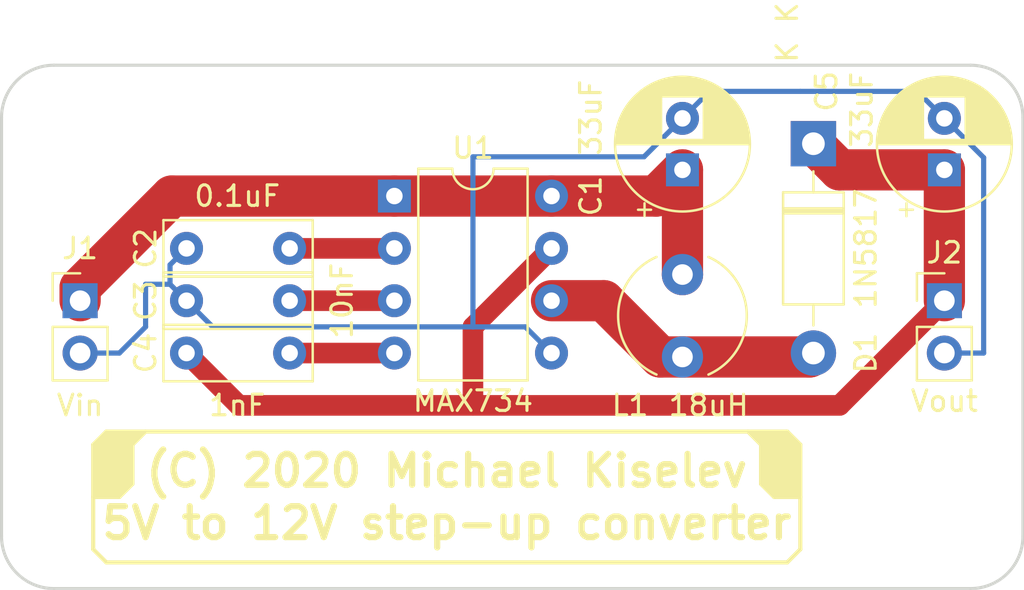
<source format=kicad_pcb>
(kicad_pcb (version 20171130) (host pcbnew "(5.0.2)-1")

  (general
    (thickness 1.6)
    (drawings 28)
    (tracks 46)
    (zones 0)
    (modules 12)
    (nets 8)
  )

  (page A4)
  (layers
    (0 F.Cu signal)
    (31 B.Cu signal)
    (32 B.Adhes user)
    (33 F.Adhes user)
    (34 B.Paste user)
    (35 F.Paste user)
    (36 B.SilkS user)
    (37 F.SilkS user)
    (38 B.Mask user)
    (39 F.Mask user)
    (40 Dwgs.User user)
    (41 Cmts.User user)
    (42 Eco1.User user)
    (43 Eco2.User user)
    (44 Edge.Cuts user)
    (45 Margin user)
    (46 B.CrtYd user)
    (47 F.CrtYd user)
    (48 B.Fab user)
    (49 F.Fab user)
  )

  (setup
    (last_trace_width 0.25)
    (user_trace_width 1)
    (user_trace_width 2)
    (user_trace_width 2.5)
    (trace_clearance 0.2)
    (zone_clearance 0.508)
    (zone_45_only no)
    (trace_min 0.2)
    (segment_width 0.2)
    (edge_width 0.15)
    (via_size 0.8)
    (via_drill 0.4)
    (via_min_size 0.4)
    (via_min_drill 0.3)
    (uvia_size 0.3)
    (uvia_drill 0.1)
    (uvias_allowed no)
    (uvia_min_size 0.2)
    (uvia_min_drill 0.1)
    (pcb_text_width 0.3)
    (pcb_text_size 1.5 1.5)
    (mod_edge_width 0.15)
    (mod_text_size 1 1)
    (mod_text_width 0.15)
    (pad_size 1.524 1.524)
    (pad_drill 0.762)
    (pad_to_mask_clearance 0.051)
    (solder_mask_min_width 0.25)
    (aux_axis_origin 0 0)
    (visible_elements 7FFFFFFF)
    (pcbplotparams
      (layerselection 0x010fc_ffffffff)
      (usegerberextensions false)
      (usegerberattributes false)
      (usegerberadvancedattributes false)
      (creategerberjobfile false)
      (excludeedgelayer true)
      (linewidth 0.100000)
      (plotframeref false)
      (viasonmask false)
      (mode 1)
      (useauxorigin false)
      (hpglpennumber 1)
      (hpglpenspeed 20)
      (hpglpendiameter 15.000000)
      (psnegative false)
      (psa4output false)
      (plotreference true)
      (plotvalue true)
      (plotinvisibletext false)
      (padsonsilk false)
      (subtractmaskfromsilk false)
      (outputformat 1)
      (mirror false)
      (drillshape 1)
      (scaleselection 1)
      (outputdirectory ""))
  )

  (net 0 "")
  (net 1 GND)
  (net 2 "Net-(C1-Pad1)")
  (net 3 "Net-(C2-Pad1)")
  (net 4 "Net-(C3-Pad1)")
  (net 5 "Net-(C4-Pad1)")
  (net 6 "Net-(C4-Pad2)")
  (net 7 "Net-(D1-Pad2)")

  (net_class Default "This is the default net class."
    (clearance 0.2)
    (trace_width 0.25)
    (via_dia 0.8)
    (via_drill 0.4)
    (uvia_dia 0.3)
    (uvia_drill 0.1)
    (add_net GND)
    (add_net "Net-(C1-Pad1)")
    (add_net "Net-(C2-Pad1)")
    (add_net "Net-(C3-Pad1)")
    (add_net "Net-(C4-Pad1)")
    (add_net "Net-(C4-Pad2)")
    (add_net "Net-(D1-Pad2)")
  )

  (module Package_DIP:DIP-8_W7.62mm (layer F.Cu) (tedit 5E35077E) (tstamp 5E406F13)
    (at 111.76 71.12)
    (descr "8-lead though-hole mounted DIP package, row spacing 7.62 mm (300 mils)")
    (tags "THT DIP DIL PDIP 2.54mm 7.62mm 300mil")
    (path /5E33F7CE)
    (fp_text reference U1 (at 3.81 -2.33) (layer F.SilkS)
      (effects (font (size 1 1) (thickness 0.15)))
    )
    (fp_text value MAX734 (at 3.81 9.95) (layer F.SilkS)
      (effects (font (size 1 1) (thickness 0.15)))
    )
    (fp_arc (start 3.81 -1.33) (end 2.81 -1.33) (angle -180) (layer F.SilkS) (width 0.12))
    (fp_line (start 1.635 -1.27) (end 6.985 -1.27) (layer F.Fab) (width 0.1))
    (fp_line (start 6.985 -1.27) (end 6.985 8.89) (layer F.Fab) (width 0.1))
    (fp_line (start 6.985 8.89) (end 0.635 8.89) (layer F.Fab) (width 0.1))
    (fp_line (start 0.635 8.89) (end 0.635 -0.27) (layer F.Fab) (width 0.1))
    (fp_line (start 0.635 -0.27) (end 1.635 -1.27) (layer F.Fab) (width 0.1))
    (fp_line (start 2.81 -1.33) (end 1.16 -1.33) (layer F.SilkS) (width 0.12))
    (fp_line (start 1.16 -1.33) (end 1.16 8.95) (layer F.SilkS) (width 0.12))
    (fp_line (start 1.16 8.95) (end 6.46 8.95) (layer F.SilkS) (width 0.12))
    (fp_line (start 6.46 8.95) (end 6.46 -1.33) (layer F.SilkS) (width 0.12))
    (fp_line (start 6.46 -1.33) (end 4.81 -1.33) (layer F.SilkS) (width 0.12))
    (fp_line (start -1.1 -1.55) (end -1.1 9.15) (layer F.CrtYd) (width 0.05))
    (fp_line (start -1.1 9.15) (end 8.7 9.15) (layer F.CrtYd) (width 0.05))
    (fp_line (start 8.7 9.15) (end 8.7 -1.55) (layer F.CrtYd) (width 0.05))
    (fp_line (start 8.7 -1.55) (end -1.1 -1.55) (layer F.CrtYd) (width 0.05))
    (fp_text user %R (at 3.81 3.81) (layer F.Fab)
      (effects (font (size 1 1) (thickness 0.15)))
    )
    (pad 1 thru_hole rect (at 0 0) (size 1.6 1.6) (drill 0.8) (layers *.Cu *.Mask)
      (net 2 "Net-(C1-Pad1)"))
    (pad 5 thru_hole oval (at 7.62 7.62) (size 1.6 1.6) (drill 0.8) (layers *.Cu *.Mask)
      (net 1 GND))
    (pad 2 thru_hole oval (at 0 2.54) (size 1.6 1.6) (drill 0.8) (layers *.Cu *.Mask)
      (net 3 "Net-(C2-Pad1)"))
    (pad 6 thru_hole oval (at 7.62 5.08) (size 1.6 1.6) (drill 0.8) (layers *.Cu *.Mask)
      (net 7 "Net-(D1-Pad2)"))
    (pad 3 thru_hole oval (at 0 5.08) (size 1.6 1.6) (drill 0.8) (layers *.Cu *.Mask)
      (net 4 "Net-(C3-Pad1)"))
    (pad 7 thru_hole oval (at 7.62 2.54) (size 1.6 1.6) (drill 0.8) (layers *.Cu *.Mask)
      (net 6 "Net-(C4-Pad2)"))
    (pad 4 thru_hole oval (at 0 7.62) (size 1.6 1.6) (drill 0.8) (layers *.Cu *.Mask)
      (net 5 "Net-(C4-Pad1)"))
    (pad 8 thru_hole oval (at 7.62 0) (size 1.6 1.6) (drill 0.8) (layers *.Cu *.Mask)
      (net 2 "Net-(C1-Pad1)"))
    (model ${KISYS3DMOD}/Package_DIP.3dshapes/DIP-8_W7.62mm.wrl
      (at (xyz 0 0 0))
      (scale (xyz 1 1 1))
      (rotate (xyz 0 0 0))
    )
  )

  (module Inductor_THT:L_Radial_D6.0mm_P4.00mm (layer F.Cu) (tedit 5E35078A) (tstamp 5E40958F)
    (at 125.73 74.93 270)
    (descr "Inductor, Radial series, Radial, pin pitch=4.00mm, , diameter=6.0mm, http://www.abracon.com/Magnetics/radial/AIUR-07.pdf")
    (tags "Inductor Radial series Radial pin pitch 4.00mm  diameter 6.0mm")
    (path /5E33FCA3)
    (fp_text reference L1 (at 6.35 2.54) (layer F.SilkS)
      (effects (font (size 1 1) (thickness 0.15)))
    )
    (fp_text value 18uH (at 6.35 -1.27) (layer F.SilkS)
      (effects (font (size 1 1) (thickness 0.15)))
    )
    (fp_arc (start 2 0) (end -0.85426 -1.26) (angle 132.362317) (layer F.SilkS) (width 0.12))
    (fp_arc (start 2 0) (end -0.85426 1.26) (angle -132.362317) (layer F.SilkS) (width 0.12))
    (fp_circle (center 2 0) (end 5 0) (layer F.Fab) (width 0.1))
    (fp_circle (center 2 0) (end 5.49 0) (layer F.CrtYd) (width 0.05))
    (fp_text user %R (at 2 0 270) (layer F.Fab)
      (effects (font (size 1 1) (thickness 0.15)))
    )
    (pad 1 thru_hole circle (at 0 0 270) (size 2 2) (drill 1) (layers *.Cu *.Mask)
      (net 2 "Net-(C1-Pad1)"))
    (pad 2 thru_hole circle (at 4 0 270) (size 2 2) (drill 1) (layers *.Cu *.Mask)
      (net 7 "Net-(D1-Pad2)"))
    (model ${KISYS3DMOD}/Inductor_THT.3dshapes/L_Radial_D6.0mm_P4.00mm.wrl
      (at (xyz 0 0 0))
      (scale (xyz 1 1 1))
      (rotate (xyz 0 0 0))
    )
  )

  (module Capacitor_THT:CP_Radial_D6.3mm_P2.50mm (layer F.Cu) (tedit 5E35065B) (tstamp 5E406DD4)
    (at 125.73 69.85 90)
    (descr "CP, Radial series, Radial, pin pitch=2.50mm, , diameter=6.3mm, Electrolytic Capacitor")
    (tags "CP Radial series Radial pin pitch 2.50mm  diameter 6.3mm Electrolytic Capacitor")
    (path /5E33FC52)
    (fp_text reference C1 (at -1.27 -4.445 90) (layer F.SilkS)
      (effects (font (size 1 1) (thickness 0.15)))
    )
    (fp_text value 33uF (at 2.54 -4.445 90) (layer F.SilkS)
      (effects (font (size 1 1) (thickness 0.15)))
    )
    (fp_text user %R (at 1.25 0 90) (layer F.Fab)
      (effects (font (size 1 1) (thickness 0.15)))
    )
    (fp_line (start -1.935241 -2.154) (end -1.935241 -1.524) (layer F.SilkS) (width 0.12))
    (fp_line (start -2.250241 -1.839) (end -1.620241 -1.839) (layer F.SilkS) (width 0.12))
    (fp_line (start 4.491 -0.402) (end 4.491 0.402) (layer F.SilkS) (width 0.12))
    (fp_line (start 4.451 -0.633) (end 4.451 0.633) (layer F.SilkS) (width 0.12))
    (fp_line (start 4.411 -0.802) (end 4.411 0.802) (layer F.SilkS) (width 0.12))
    (fp_line (start 4.371 -0.94) (end 4.371 0.94) (layer F.SilkS) (width 0.12))
    (fp_line (start 4.331 -1.059) (end 4.331 1.059) (layer F.SilkS) (width 0.12))
    (fp_line (start 4.291 -1.165) (end 4.291 1.165) (layer F.SilkS) (width 0.12))
    (fp_line (start 4.251 -1.262) (end 4.251 1.262) (layer F.SilkS) (width 0.12))
    (fp_line (start 4.211 -1.35) (end 4.211 1.35) (layer F.SilkS) (width 0.12))
    (fp_line (start 4.171 -1.432) (end 4.171 1.432) (layer F.SilkS) (width 0.12))
    (fp_line (start 4.131 -1.509) (end 4.131 1.509) (layer F.SilkS) (width 0.12))
    (fp_line (start 4.091 -1.581) (end 4.091 1.581) (layer F.SilkS) (width 0.12))
    (fp_line (start 4.051 -1.65) (end 4.051 1.65) (layer F.SilkS) (width 0.12))
    (fp_line (start 4.011 -1.714) (end 4.011 1.714) (layer F.SilkS) (width 0.12))
    (fp_line (start 3.971 -1.776) (end 3.971 1.776) (layer F.SilkS) (width 0.12))
    (fp_line (start 3.931 -1.834) (end 3.931 1.834) (layer F.SilkS) (width 0.12))
    (fp_line (start 3.891 -1.89) (end 3.891 1.89) (layer F.SilkS) (width 0.12))
    (fp_line (start 3.851 -1.944) (end 3.851 1.944) (layer F.SilkS) (width 0.12))
    (fp_line (start 3.811 -1.995) (end 3.811 1.995) (layer F.SilkS) (width 0.12))
    (fp_line (start 3.771 -2.044) (end 3.771 2.044) (layer F.SilkS) (width 0.12))
    (fp_line (start 3.731 -2.092) (end 3.731 2.092) (layer F.SilkS) (width 0.12))
    (fp_line (start 3.691 -2.137) (end 3.691 2.137) (layer F.SilkS) (width 0.12))
    (fp_line (start 3.651 -2.182) (end 3.651 2.182) (layer F.SilkS) (width 0.12))
    (fp_line (start 3.611 -2.224) (end 3.611 2.224) (layer F.SilkS) (width 0.12))
    (fp_line (start 3.571 -2.265) (end 3.571 2.265) (layer F.SilkS) (width 0.12))
    (fp_line (start 3.531 1.04) (end 3.531 2.305) (layer F.SilkS) (width 0.12))
    (fp_line (start 3.531 -2.305) (end 3.531 -1.04) (layer F.SilkS) (width 0.12))
    (fp_line (start 3.491 1.04) (end 3.491 2.343) (layer F.SilkS) (width 0.12))
    (fp_line (start 3.491 -2.343) (end 3.491 -1.04) (layer F.SilkS) (width 0.12))
    (fp_line (start 3.451 1.04) (end 3.451 2.38) (layer F.SilkS) (width 0.12))
    (fp_line (start 3.451 -2.38) (end 3.451 -1.04) (layer F.SilkS) (width 0.12))
    (fp_line (start 3.411 1.04) (end 3.411 2.416) (layer F.SilkS) (width 0.12))
    (fp_line (start 3.411 -2.416) (end 3.411 -1.04) (layer F.SilkS) (width 0.12))
    (fp_line (start 3.371 1.04) (end 3.371 2.45) (layer F.SilkS) (width 0.12))
    (fp_line (start 3.371 -2.45) (end 3.371 -1.04) (layer F.SilkS) (width 0.12))
    (fp_line (start 3.331 1.04) (end 3.331 2.484) (layer F.SilkS) (width 0.12))
    (fp_line (start 3.331 -2.484) (end 3.331 -1.04) (layer F.SilkS) (width 0.12))
    (fp_line (start 3.291 1.04) (end 3.291 2.516) (layer F.SilkS) (width 0.12))
    (fp_line (start 3.291 -2.516) (end 3.291 -1.04) (layer F.SilkS) (width 0.12))
    (fp_line (start 3.251 1.04) (end 3.251 2.548) (layer F.SilkS) (width 0.12))
    (fp_line (start 3.251 -2.548) (end 3.251 -1.04) (layer F.SilkS) (width 0.12))
    (fp_line (start 3.211 1.04) (end 3.211 2.578) (layer F.SilkS) (width 0.12))
    (fp_line (start 3.211 -2.578) (end 3.211 -1.04) (layer F.SilkS) (width 0.12))
    (fp_line (start 3.171 1.04) (end 3.171 2.607) (layer F.SilkS) (width 0.12))
    (fp_line (start 3.171 -2.607) (end 3.171 -1.04) (layer F.SilkS) (width 0.12))
    (fp_line (start 3.131 1.04) (end 3.131 2.636) (layer F.SilkS) (width 0.12))
    (fp_line (start 3.131 -2.636) (end 3.131 -1.04) (layer F.SilkS) (width 0.12))
    (fp_line (start 3.091 1.04) (end 3.091 2.664) (layer F.SilkS) (width 0.12))
    (fp_line (start 3.091 -2.664) (end 3.091 -1.04) (layer F.SilkS) (width 0.12))
    (fp_line (start 3.051 1.04) (end 3.051 2.69) (layer F.SilkS) (width 0.12))
    (fp_line (start 3.051 -2.69) (end 3.051 -1.04) (layer F.SilkS) (width 0.12))
    (fp_line (start 3.011 1.04) (end 3.011 2.716) (layer F.SilkS) (width 0.12))
    (fp_line (start 3.011 -2.716) (end 3.011 -1.04) (layer F.SilkS) (width 0.12))
    (fp_line (start 2.971 1.04) (end 2.971 2.742) (layer F.SilkS) (width 0.12))
    (fp_line (start 2.971 -2.742) (end 2.971 -1.04) (layer F.SilkS) (width 0.12))
    (fp_line (start 2.931 1.04) (end 2.931 2.766) (layer F.SilkS) (width 0.12))
    (fp_line (start 2.931 -2.766) (end 2.931 -1.04) (layer F.SilkS) (width 0.12))
    (fp_line (start 2.891 1.04) (end 2.891 2.79) (layer F.SilkS) (width 0.12))
    (fp_line (start 2.891 -2.79) (end 2.891 -1.04) (layer F.SilkS) (width 0.12))
    (fp_line (start 2.851 1.04) (end 2.851 2.812) (layer F.SilkS) (width 0.12))
    (fp_line (start 2.851 -2.812) (end 2.851 -1.04) (layer F.SilkS) (width 0.12))
    (fp_line (start 2.811 1.04) (end 2.811 2.834) (layer F.SilkS) (width 0.12))
    (fp_line (start 2.811 -2.834) (end 2.811 -1.04) (layer F.SilkS) (width 0.12))
    (fp_line (start 2.771 1.04) (end 2.771 2.856) (layer F.SilkS) (width 0.12))
    (fp_line (start 2.771 -2.856) (end 2.771 -1.04) (layer F.SilkS) (width 0.12))
    (fp_line (start 2.731 1.04) (end 2.731 2.876) (layer F.SilkS) (width 0.12))
    (fp_line (start 2.731 -2.876) (end 2.731 -1.04) (layer F.SilkS) (width 0.12))
    (fp_line (start 2.691 1.04) (end 2.691 2.896) (layer F.SilkS) (width 0.12))
    (fp_line (start 2.691 -2.896) (end 2.691 -1.04) (layer F.SilkS) (width 0.12))
    (fp_line (start 2.651 1.04) (end 2.651 2.916) (layer F.SilkS) (width 0.12))
    (fp_line (start 2.651 -2.916) (end 2.651 -1.04) (layer F.SilkS) (width 0.12))
    (fp_line (start 2.611 1.04) (end 2.611 2.934) (layer F.SilkS) (width 0.12))
    (fp_line (start 2.611 -2.934) (end 2.611 -1.04) (layer F.SilkS) (width 0.12))
    (fp_line (start 2.571 1.04) (end 2.571 2.952) (layer F.SilkS) (width 0.12))
    (fp_line (start 2.571 -2.952) (end 2.571 -1.04) (layer F.SilkS) (width 0.12))
    (fp_line (start 2.531 1.04) (end 2.531 2.97) (layer F.SilkS) (width 0.12))
    (fp_line (start 2.531 -2.97) (end 2.531 -1.04) (layer F.SilkS) (width 0.12))
    (fp_line (start 2.491 1.04) (end 2.491 2.986) (layer F.SilkS) (width 0.12))
    (fp_line (start 2.491 -2.986) (end 2.491 -1.04) (layer F.SilkS) (width 0.12))
    (fp_line (start 2.451 1.04) (end 2.451 3.002) (layer F.SilkS) (width 0.12))
    (fp_line (start 2.451 -3.002) (end 2.451 -1.04) (layer F.SilkS) (width 0.12))
    (fp_line (start 2.411 1.04) (end 2.411 3.018) (layer F.SilkS) (width 0.12))
    (fp_line (start 2.411 -3.018) (end 2.411 -1.04) (layer F.SilkS) (width 0.12))
    (fp_line (start 2.371 1.04) (end 2.371 3.033) (layer F.SilkS) (width 0.12))
    (fp_line (start 2.371 -3.033) (end 2.371 -1.04) (layer F.SilkS) (width 0.12))
    (fp_line (start 2.331 1.04) (end 2.331 3.047) (layer F.SilkS) (width 0.12))
    (fp_line (start 2.331 -3.047) (end 2.331 -1.04) (layer F.SilkS) (width 0.12))
    (fp_line (start 2.291 1.04) (end 2.291 3.061) (layer F.SilkS) (width 0.12))
    (fp_line (start 2.291 -3.061) (end 2.291 -1.04) (layer F.SilkS) (width 0.12))
    (fp_line (start 2.251 1.04) (end 2.251 3.074) (layer F.SilkS) (width 0.12))
    (fp_line (start 2.251 -3.074) (end 2.251 -1.04) (layer F.SilkS) (width 0.12))
    (fp_line (start 2.211 1.04) (end 2.211 3.086) (layer F.SilkS) (width 0.12))
    (fp_line (start 2.211 -3.086) (end 2.211 -1.04) (layer F.SilkS) (width 0.12))
    (fp_line (start 2.171 1.04) (end 2.171 3.098) (layer F.SilkS) (width 0.12))
    (fp_line (start 2.171 -3.098) (end 2.171 -1.04) (layer F.SilkS) (width 0.12))
    (fp_line (start 2.131 1.04) (end 2.131 3.11) (layer F.SilkS) (width 0.12))
    (fp_line (start 2.131 -3.11) (end 2.131 -1.04) (layer F.SilkS) (width 0.12))
    (fp_line (start 2.091 1.04) (end 2.091 3.121) (layer F.SilkS) (width 0.12))
    (fp_line (start 2.091 -3.121) (end 2.091 -1.04) (layer F.SilkS) (width 0.12))
    (fp_line (start 2.051 1.04) (end 2.051 3.131) (layer F.SilkS) (width 0.12))
    (fp_line (start 2.051 -3.131) (end 2.051 -1.04) (layer F.SilkS) (width 0.12))
    (fp_line (start 2.011 1.04) (end 2.011 3.141) (layer F.SilkS) (width 0.12))
    (fp_line (start 2.011 -3.141) (end 2.011 -1.04) (layer F.SilkS) (width 0.12))
    (fp_line (start 1.971 1.04) (end 1.971 3.15) (layer F.SilkS) (width 0.12))
    (fp_line (start 1.971 -3.15) (end 1.971 -1.04) (layer F.SilkS) (width 0.12))
    (fp_line (start 1.93 1.04) (end 1.93 3.159) (layer F.SilkS) (width 0.12))
    (fp_line (start 1.93 -3.159) (end 1.93 -1.04) (layer F.SilkS) (width 0.12))
    (fp_line (start 1.89 1.04) (end 1.89 3.167) (layer F.SilkS) (width 0.12))
    (fp_line (start 1.89 -3.167) (end 1.89 -1.04) (layer F.SilkS) (width 0.12))
    (fp_line (start 1.85 1.04) (end 1.85 3.175) (layer F.SilkS) (width 0.12))
    (fp_line (start 1.85 -3.175) (end 1.85 -1.04) (layer F.SilkS) (width 0.12))
    (fp_line (start 1.81 1.04) (end 1.81 3.182) (layer F.SilkS) (width 0.12))
    (fp_line (start 1.81 -3.182) (end 1.81 -1.04) (layer F.SilkS) (width 0.12))
    (fp_line (start 1.77 1.04) (end 1.77 3.189) (layer F.SilkS) (width 0.12))
    (fp_line (start 1.77 -3.189) (end 1.77 -1.04) (layer F.SilkS) (width 0.12))
    (fp_line (start 1.73 1.04) (end 1.73 3.195) (layer F.SilkS) (width 0.12))
    (fp_line (start 1.73 -3.195) (end 1.73 -1.04) (layer F.SilkS) (width 0.12))
    (fp_line (start 1.69 1.04) (end 1.69 3.201) (layer F.SilkS) (width 0.12))
    (fp_line (start 1.69 -3.201) (end 1.69 -1.04) (layer F.SilkS) (width 0.12))
    (fp_line (start 1.65 1.04) (end 1.65 3.206) (layer F.SilkS) (width 0.12))
    (fp_line (start 1.65 -3.206) (end 1.65 -1.04) (layer F.SilkS) (width 0.12))
    (fp_line (start 1.61 1.04) (end 1.61 3.211) (layer F.SilkS) (width 0.12))
    (fp_line (start 1.61 -3.211) (end 1.61 -1.04) (layer F.SilkS) (width 0.12))
    (fp_line (start 1.57 1.04) (end 1.57 3.215) (layer F.SilkS) (width 0.12))
    (fp_line (start 1.57 -3.215) (end 1.57 -1.04) (layer F.SilkS) (width 0.12))
    (fp_line (start 1.53 1.04) (end 1.53 3.218) (layer F.SilkS) (width 0.12))
    (fp_line (start 1.53 -3.218) (end 1.53 -1.04) (layer F.SilkS) (width 0.12))
    (fp_line (start 1.49 1.04) (end 1.49 3.222) (layer F.SilkS) (width 0.12))
    (fp_line (start 1.49 -3.222) (end 1.49 -1.04) (layer F.SilkS) (width 0.12))
    (fp_line (start 1.45 -3.224) (end 1.45 3.224) (layer F.SilkS) (width 0.12))
    (fp_line (start 1.41 -3.227) (end 1.41 3.227) (layer F.SilkS) (width 0.12))
    (fp_line (start 1.37 -3.228) (end 1.37 3.228) (layer F.SilkS) (width 0.12))
    (fp_line (start 1.33 -3.23) (end 1.33 3.23) (layer F.SilkS) (width 0.12))
    (fp_line (start 1.29 -3.23) (end 1.29 3.23) (layer F.SilkS) (width 0.12))
    (fp_line (start 1.25 -3.23) (end 1.25 3.23) (layer F.SilkS) (width 0.12))
    (fp_line (start -1.128972 -1.6885) (end -1.128972 -1.0585) (layer F.Fab) (width 0.1))
    (fp_line (start -1.443972 -1.3735) (end -0.813972 -1.3735) (layer F.Fab) (width 0.1))
    (fp_circle (center 1.25 0) (end 4.65 0) (layer F.CrtYd) (width 0.05))
    (fp_circle (center 1.25 0) (end 4.52 0) (layer F.SilkS) (width 0.12))
    (fp_circle (center 1.25 0) (end 4.4 0) (layer F.Fab) (width 0.1))
    (pad 2 thru_hole circle (at 2.5 0 90) (size 1.6 1.6) (drill 0.8) (layers *.Cu *.Mask)
      (net 1 GND))
    (pad 1 thru_hole rect (at 0 0 90) (size 1.6 1.6) (drill 0.8) (layers *.Cu *.Mask)
      (net 2 "Net-(C1-Pad1)"))
    (model ${KISYS3DMOD}/Capacitor_THT.3dshapes/CP_Radial_D6.3mm_P2.50mm.wrl
      (at (xyz 0 0 0))
      (scale (xyz 1 1 1))
      (rotate (xyz 0 0 0))
    )
  )

  (module Capacitor_THT:CP_Radial_D6.3mm_P2.50mm (layer F.Cu) (tedit 5E350654) (tstamp 5E406EA1)
    (at 138.43 69.85 90)
    (descr "CP, Radial series, Radial, pin pitch=2.50mm, , diameter=6.3mm, Electrolytic Capacitor")
    (tags "CP Radial series Radial pin pitch 2.50mm  diameter 6.3mm Electrolytic Capacitor")
    (path /5E33FBD5)
    (fp_text reference C5 (at 3.81 -5.715 90) (layer F.SilkS)
      (effects (font (size 1 1) (thickness 0.15)))
    )
    (fp_text value 33uF (at 2.921 -4.0005 90) (layer F.SilkS)
      (effects (font (size 1 1) (thickness 0.15)))
    )
    (fp_circle (center 1.25 0) (end 4.4 0) (layer F.Fab) (width 0.1))
    (fp_circle (center 1.25 0) (end 4.52 0) (layer F.SilkS) (width 0.12))
    (fp_circle (center 1.25 0) (end 4.65 0) (layer F.CrtYd) (width 0.05))
    (fp_line (start -1.443972 -1.3735) (end -0.813972 -1.3735) (layer F.Fab) (width 0.1))
    (fp_line (start -1.128972 -1.6885) (end -1.128972 -1.0585) (layer F.Fab) (width 0.1))
    (fp_line (start 1.25 -3.23) (end 1.25 3.23) (layer F.SilkS) (width 0.12))
    (fp_line (start 1.29 -3.23) (end 1.29 3.23) (layer F.SilkS) (width 0.12))
    (fp_line (start 1.33 -3.23) (end 1.33 3.23) (layer F.SilkS) (width 0.12))
    (fp_line (start 1.37 -3.228) (end 1.37 3.228) (layer F.SilkS) (width 0.12))
    (fp_line (start 1.41 -3.227) (end 1.41 3.227) (layer F.SilkS) (width 0.12))
    (fp_line (start 1.45 -3.224) (end 1.45 3.224) (layer F.SilkS) (width 0.12))
    (fp_line (start 1.49 -3.222) (end 1.49 -1.04) (layer F.SilkS) (width 0.12))
    (fp_line (start 1.49 1.04) (end 1.49 3.222) (layer F.SilkS) (width 0.12))
    (fp_line (start 1.53 -3.218) (end 1.53 -1.04) (layer F.SilkS) (width 0.12))
    (fp_line (start 1.53 1.04) (end 1.53 3.218) (layer F.SilkS) (width 0.12))
    (fp_line (start 1.57 -3.215) (end 1.57 -1.04) (layer F.SilkS) (width 0.12))
    (fp_line (start 1.57 1.04) (end 1.57 3.215) (layer F.SilkS) (width 0.12))
    (fp_line (start 1.61 -3.211) (end 1.61 -1.04) (layer F.SilkS) (width 0.12))
    (fp_line (start 1.61 1.04) (end 1.61 3.211) (layer F.SilkS) (width 0.12))
    (fp_line (start 1.65 -3.206) (end 1.65 -1.04) (layer F.SilkS) (width 0.12))
    (fp_line (start 1.65 1.04) (end 1.65 3.206) (layer F.SilkS) (width 0.12))
    (fp_line (start 1.69 -3.201) (end 1.69 -1.04) (layer F.SilkS) (width 0.12))
    (fp_line (start 1.69 1.04) (end 1.69 3.201) (layer F.SilkS) (width 0.12))
    (fp_line (start 1.73 -3.195) (end 1.73 -1.04) (layer F.SilkS) (width 0.12))
    (fp_line (start 1.73 1.04) (end 1.73 3.195) (layer F.SilkS) (width 0.12))
    (fp_line (start 1.77 -3.189) (end 1.77 -1.04) (layer F.SilkS) (width 0.12))
    (fp_line (start 1.77 1.04) (end 1.77 3.189) (layer F.SilkS) (width 0.12))
    (fp_line (start 1.81 -3.182) (end 1.81 -1.04) (layer F.SilkS) (width 0.12))
    (fp_line (start 1.81 1.04) (end 1.81 3.182) (layer F.SilkS) (width 0.12))
    (fp_line (start 1.85 -3.175) (end 1.85 -1.04) (layer F.SilkS) (width 0.12))
    (fp_line (start 1.85 1.04) (end 1.85 3.175) (layer F.SilkS) (width 0.12))
    (fp_line (start 1.89 -3.167) (end 1.89 -1.04) (layer F.SilkS) (width 0.12))
    (fp_line (start 1.89 1.04) (end 1.89 3.167) (layer F.SilkS) (width 0.12))
    (fp_line (start 1.93 -3.159) (end 1.93 -1.04) (layer F.SilkS) (width 0.12))
    (fp_line (start 1.93 1.04) (end 1.93 3.159) (layer F.SilkS) (width 0.12))
    (fp_line (start 1.971 -3.15) (end 1.971 -1.04) (layer F.SilkS) (width 0.12))
    (fp_line (start 1.971 1.04) (end 1.971 3.15) (layer F.SilkS) (width 0.12))
    (fp_line (start 2.011 -3.141) (end 2.011 -1.04) (layer F.SilkS) (width 0.12))
    (fp_line (start 2.011 1.04) (end 2.011 3.141) (layer F.SilkS) (width 0.12))
    (fp_line (start 2.051 -3.131) (end 2.051 -1.04) (layer F.SilkS) (width 0.12))
    (fp_line (start 2.051 1.04) (end 2.051 3.131) (layer F.SilkS) (width 0.12))
    (fp_line (start 2.091 -3.121) (end 2.091 -1.04) (layer F.SilkS) (width 0.12))
    (fp_line (start 2.091 1.04) (end 2.091 3.121) (layer F.SilkS) (width 0.12))
    (fp_line (start 2.131 -3.11) (end 2.131 -1.04) (layer F.SilkS) (width 0.12))
    (fp_line (start 2.131 1.04) (end 2.131 3.11) (layer F.SilkS) (width 0.12))
    (fp_line (start 2.171 -3.098) (end 2.171 -1.04) (layer F.SilkS) (width 0.12))
    (fp_line (start 2.171 1.04) (end 2.171 3.098) (layer F.SilkS) (width 0.12))
    (fp_line (start 2.211 -3.086) (end 2.211 -1.04) (layer F.SilkS) (width 0.12))
    (fp_line (start 2.211 1.04) (end 2.211 3.086) (layer F.SilkS) (width 0.12))
    (fp_line (start 2.251 -3.074) (end 2.251 -1.04) (layer F.SilkS) (width 0.12))
    (fp_line (start 2.251 1.04) (end 2.251 3.074) (layer F.SilkS) (width 0.12))
    (fp_line (start 2.291 -3.061) (end 2.291 -1.04) (layer F.SilkS) (width 0.12))
    (fp_line (start 2.291 1.04) (end 2.291 3.061) (layer F.SilkS) (width 0.12))
    (fp_line (start 2.331 -3.047) (end 2.331 -1.04) (layer F.SilkS) (width 0.12))
    (fp_line (start 2.331 1.04) (end 2.331 3.047) (layer F.SilkS) (width 0.12))
    (fp_line (start 2.371 -3.033) (end 2.371 -1.04) (layer F.SilkS) (width 0.12))
    (fp_line (start 2.371 1.04) (end 2.371 3.033) (layer F.SilkS) (width 0.12))
    (fp_line (start 2.411 -3.018) (end 2.411 -1.04) (layer F.SilkS) (width 0.12))
    (fp_line (start 2.411 1.04) (end 2.411 3.018) (layer F.SilkS) (width 0.12))
    (fp_line (start 2.451 -3.002) (end 2.451 -1.04) (layer F.SilkS) (width 0.12))
    (fp_line (start 2.451 1.04) (end 2.451 3.002) (layer F.SilkS) (width 0.12))
    (fp_line (start 2.491 -2.986) (end 2.491 -1.04) (layer F.SilkS) (width 0.12))
    (fp_line (start 2.491 1.04) (end 2.491 2.986) (layer F.SilkS) (width 0.12))
    (fp_line (start 2.531 -2.97) (end 2.531 -1.04) (layer F.SilkS) (width 0.12))
    (fp_line (start 2.531 1.04) (end 2.531 2.97) (layer F.SilkS) (width 0.12))
    (fp_line (start 2.571 -2.952) (end 2.571 -1.04) (layer F.SilkS) (width 0.12))
    (fp_line (start 2.571 1.04) (end 2.571 2.952) (layer F.SilkS) (width 0.12))
    (fp_line (start 2.611 -2.934) (end 2.611 -1.04) (layer F.SilkS) (width 0.12))
    (fp_line (start 2.611 1.04) (end 2.611 2.934) (layer F.SilkS) (width 0.12))
    (fp_line (start 2.651 -2.916) (end 2.651 -1.04) (layer F.SilkS) (width 0.12))
    (fp_line (start 2.651 1.04) (end 2.651 2.916) (layer F.SilkS) (width 0.12))
    (fp_line (start 2.691 -2.896) (end 2.691 -1.04) (layer F.SilkS) (width 0.12))
    (fp_line (start 2.691 1.04) (end 2.691 2.896) (layer F.SilkS) (width 0.12))
    (fp_line (start 2.731 -2.876) (end 2.731 -1.04) (layer F.SilkS) (width 0.12))
    (fp_line (start 2.731 1.04) (end 2.731 2.876) (layer F.SilkS) (width 0.12))
    (fp_line (start 2.771 -2.856) (end 2.771 -1.04) (layer F.SilkS) (width 0.12))
    (fp_line (start 2.771 1.04) (end 2.771 2.856) (layer F.SilkS) (width 0.12))
    (fp_line (start 2.811 -2.834) (end 2.811 -1.04) (layer F.SilkS) (width 0.12))
    (fp_line (start 2.811 1.04) (end 2.811 2.834) (layer F.SilkS) (width 0.12))
    (fp_line (start 2.851 -2.812) (end 2.851 -1.04) (layer F.SilkS) (width 0.12))
    (fp_line (start 2.851 1.04) (end 2.851 2.812) (layer F.SilkS) (width 0.12))
    (fp_line (start 2.891 -2.79) (end 2.891 -1.04) (layer F.SilkS) (width 0.12))
    (fp_line (start 2.891 1.04) (end 2.891 2.79) (layer F.SilkS) (width 0.12))
    (fp_line (start 2.931 -2.766) (end 2.931 -1.04) (layer F.SilkS) (width 0.12))
    (fp_line (start 2.931 1.04) (end 2.931 2.766) (layer F.SilkS) (width 0.12))
    (fp_line (start 2.971 -2.742) (end 2.971 -1.04) (layer F.SilkS) (width 0.12))
    (fp_line (start 2.971 1.04) (end 2.971 2.742) (layer F.SilkS) (width 0.12))
    (fp_line (start 3.011 -2.716) (end 3.011 -1.04) (layer F.SilkS) (width 0.12))
    (fp_line (start 3.011 1.04) (end 3.011 2.716) (layer F.SilkS) (width 0.12))
    (fp_line (start 3.051 -2.69) (end 3.051 -1.04) (layer F.SilkS) (width 0.12))
    (fp_line (start 3.051 1.04) (end 3.051 2.69) (layer F.SilkS) (width 0.12))
    (fp_line (start 3.091 -2.664) (end 3.091 -1.04) (layer F.SilkS) (width 0.12))
    (fp_line (start 3.091 1.04) (end 3.091 2.664) (layer F.SilkS) (width 0.12))
    (fp_line (start 3.131 -2.636) (end 3.131 -1.04) (layer F.SilkS) (width 0.12))
    (fp_line (start 3.131 1.04) (end 3.131 2.636) (layer F.SilkS) (width 0.12))
    (fp_line (start 3.171 -2.607) (end 3.171 -1.04) (layer F.SilkS) (width 0.12))
    (fp_line (start 3.171 1.04) (end 3.171 2.607) (layer F.SilkS) (width 0.12))
    (fp_line (start 3.211 -2.578) (end 3.211 -1.04) (layer F.SilkS) (width 0.12))
    (fp_line (start 3.211 1.04) (end 3.211 2.578) (layer F.SilkS) (width 0.12))
    (fp_line (start 3.251 -2.548) (end 3.251 -1.04) (layer F.SilkS) (width 0.12))
    (fp_line (start 3.251 1.04) (end 3.251 2.548) (layer F.SilkS) (width 0.12))
    (fp_line (start 3.291 -2.516) (end 3.291 -1.04) (layer F.SilkS) (width 0.12))
    (fp_line (start 3.291 1.04) (end 3.291 2.516) (layer F.SilkS) (width 0.12))
    (fp_line (start 3.331 -2.484) (end 3.331 -1.04) (layer F.SilkS) (width 0.12))
    (fp_line (start 3.331 1.04) (end 3.331 2.484) (layer F.SilkS) (width 0.12))
    (fp_line (start 3.371 -2.45) (end 3.371 -1.04) (layer F.SilkS) (width 0.12))
    (fp_line (start 3.371 1.04) (end 3.371 2.45) (layer F.SilkS) (width 0.12))
    (fp_line (start 3.411 -2.416) (end 3.411 -1.04) (layer F.SilkS) (width 0.12))
    (fp_line (start 3.411 1.04) (end 3.411 2.416) (layer F.SilkS) (width 0.12))
    (fp_line (start 3.451 -2.38) (end 3.451 -1.04) (layer F.SilkS) (width 0.12))
    (fp_line (start 3.451 1.04) (end 3.451 2.38) (layer F.SilkS) (width 0.12))
    (fp_line (start 3.491 -2.343) (end 3.491 -1.04) (layer F.SilkS) (width 0.12))
    (fp_line (start 3.491 1.04) (end 3.491 2.343) (layer F.SilkS) (width 0.12))
    (fp_line (start 3.531 -2.305) (end 3.531 -1.04) (layer F.SilkS) (width 0.12))
    (fp_line (start 3.531 1.04) (end 3.531 2.305) (layer F.SilkS) (width 0.12))
    (fp_line (start 3.571 -2.265) (end 3.571 2.265) (layer F.SilkS) (width 0.12))
    (fp_line (start 3.611 -2.224) (end 3.611 2.224) (layer F.SilkS) (width 0.12))
    (fp_line (start 3.651 -2.182) (end 3.651 2.182) (layer F.SilkS) (width 0.12))
    (fp_line (start 3.691 -2.137) (end 3.691 2.137) (layer F.SilkS) (width 0.12))
    (fp_line (start 3.731 -2.092) (end 3.731 2.092) (layer F.SilkS) (width 0.12))
    (fp_line (start 3.771 -2.044) (end 3.771 2.044) (layer F.SilkS) (width 0.12))
    (fp_line (start 3.811 -1.995) (end 3.811 1.995) (layer F.SilkS) (width 0.12))
    (fp_line (start 3.851 -1.944) (end 3.851 1.944) (layer F.SilkS) (width 0.12))
    (fp_line (start 3.891 -1.89) (end 3.891 1.89) (layer F.SilkS) (width 0.12))
    (fp_line (start 3.931 -1.834) (end 3.931 1.834) (layer F.SilkS) (width 0.12))
    (fp_line (start 3.971 -1.776) (end 3.971 1.776) (layer F.SilkS) (width 0.12))
    (fp_line (start 4.011 -1.714) (end 4.011 1.714) (layer F.SilkS) (width 0.12))
    (fp_line (start 4.051 -1.65) (end 4.051 1.65) (layer F.SilkS) (width 0.12))
    (fp_line (start 4.091 -1.581) (end 4.091 1.581) (layer F.SilkS) (width 0.12))
    (fp_line (start 4.131 -1.509) (end 4.131 1.509) (layer F.SilkS) (width 0.12))
    (fp_line (start 4.171 -1.432) (end 4.171 1.432) (layer F.SilkS) (width 0.12))
    (fp_line (start 4.211 -1.35) (end 4.211 1.35) (layer F.SilkS) (width 0.12))
    (fp_line (start 4.251 -1.262) (end 4.251 1.262) (layer F.SilkS) (width 0.12))
    (fp_line (start 4.291 -1.165) (end 4.291 1.165) (layer F.SilkS) (width 0.12))
    (fp_line (start 4.331 -1.059) (end 4.331 1.059) (layer F.SilkS) (width 0.12))
    (fp_line (start 4.371 -0.94) (end 4.371 0.94) (layer F.SilkS) (width 0.12))
    (fp_line (start 4.411 -0.802) (end 4.411 0.802) (layer F.SilkS) (width 0.12))
    (fp_line (start 4.451 -0.633) (end 4.451 0.633) (layer F.SilkS) (width 0.12))
    (fp_line (start 4.491 -0.402) (end 4.491 0.402) (layer F.SilkS) (width 0.12))
    (fp_line (start -2.250241 -1.839) (end -1.620241 -1.839) (layer F.SilkS) (width 0.12))
    (fp_line (start -1.935241 -2.154) (end -1.935241 -1.524) (layer F.SilkS) (width 0.12))
    (fp_text user %R (at 1.25 0 90) (layer F.Fab)
      (effects (font (size 1 1) (thickness 0.15)))
    )
    (pad 1 thru_hole rect (at 0 0 90) (size 1.6 1.6) (drill 0.8) (layers *.Cu *.Mask)
      (net 6 "Net-(C4-Pad2)"))
    (pad 2 thru_hole circle (at 2.5 0 90) (size 1.6 1.6) (drill 0.8) (layers *.Cu *.Mask)
      (net 1 GND))
    (model ${KISYS3DMOD}/Capacitor_THT.3dshapes/CP_Radial_D6.3mm_P2.50mm.wrl
      (at (xyz 0 0 0))
      (scale (xyz 1 1 1))
      (rotate (xyz 0 0 0))
    )
  )

  (module Diode_THT:D_DO-41_SOD81_P10.16mm_Horizontal (layer F.Cu) (tedit 5E350658) (tstamp 5E406EC0)
    (at 132.08 68.58 270)
    (descr "Diode, DO-41_SOD81 series, Axial, Horizontal, pin pitch=10.16mm, , length*diameter=5.2*2.7mm^2, , http://www.diodes.com/_files/packages/DO-41%20(Plastic).pdf")
    (tags "Diode DO-41_SOD81 series Axial Horizontal pin pitch 10.16mm  length 5.2mm diameter 2.7mm")
    (path /5E33FD7A)
    (fp_text reference D1 (at 10.16 -2.54 270) (layer F.SilkS)
      (effects (font (size 1 1) (thickness 0.15)))
    )
    (fp_text value 1N5817 (at 5.08 -2.54 270) (layer F.SilkS)
      (effects (font (size 1 1) (thickness 0.15)))
    )
    (fp_line (start 2.48 -1.35) (end 2.48 1.35) (layer F.Fab) (width 0.1))
    (fp_line (start 2.48 1.35) (end 7.68 1.35) (layer F.Fab) (width 0.1))
    (fp_line (start 7.68 1.35) (end 7.68 -1.35) (layer F.Fab) (width 0.1))
    (fp_line (start 7.68 -1.35) (end 2.48 -1.35) (layer F.Fab) (width 0.1))
    (fp_line (start 0 0) (end 2.48 0) (layer F.Fab) (width 0.1))
    (fp_line (start 10.16 0) (end 7.68 0) (layer F.Fab) (width 0.1))
    (fp_line (start 3.26 -1.35) (end 3.26 1.35) (layer F.Fab) (width 0.1))
    (fp_line (start 3.36 -1.35) (end 3.36 1.35) (layer F.Fab) (width 0.1))
    (fp_line (start 3.16 -1.35) (end 3.16 1.35) (layer F.Fab) (width 0.1))
    (fp_line (start 2.36 -1.47) (end 2.36 1.47) (layer F.SilkS) (width 0.12))
    (fp_line (start 2.36 1.47) (end 7.8 1.47) (layer F.SilkS) (width 0.12))
    (fp_line (start 7.8 1.47) (end 7.8 -1.47) (layer F.SilkS) (width 0.12))
    (fp_line (start 7.8 -1.47) (end 2.36 -1.47) (layer F.SilkS) (width 0.12))
    (fp_line (start 1.34 0) (end 2.36 0) (layer F.SilkS) (width 0.12))
    (fp_line (start 8.82 0) (end 7.8 0) (layer F.SilkS) (width 0.12))
    (fp_line (start 3.26 -1.47) (end 3.26 1.47) (layer F.SilkS) (width 0.12))
    (fp_line (start 3.38 -1.47) (end 3.38 1.47) (layer F.SilkS) (width 0.12))
    (fp_line (start 3.14 -1.47) (end 3.14 1.47) (layer F.SilkS) (width 0.12))
    (fp_line (start -1.35 -1.6) (end -1.35 1.6) (layer F.CrtYd) (width 0.05))
    (fp_line (start -1.35 1.6) (end 11.51 1.6) (layer F.CrtYd) (width 0.05))
    (fp_line (start 11.51 1.6) (end 11.51 -1.6) (layer F.CrtYd) (width 0.05))
    (fp_line (start 11.51 -1.6) (end -1.35 -1.6) (layer F.CrtYd) (width 0.05))
    (fp_text user %R (at 5.47 0 270) (layer F.Fab)
      (effects (font (size 1 1) (thickness 0.15)))
    )
    (fp_text user K (at -6.35 1.27 270) (layer F.SilkS)
      (effects (font (size 1 1) (thickness 0.15)))
    )
    (fp_text user K (at -4.445 1.27 270) (layer F.SilkS)
      (effects (font (size 1 1) (thickness 0.15)))
    )
    (pad 1 thru_hole rect (at 0 0 270) (size 2.2 2.2) (drill 1.1) (layers *.Cu *.Mask)
      (net 6 "Net-(C4-Pad2)"))
    (pad 2 thru_hole oval (at 10.16 0 270) (size 2.2 2.2) (drill 1.1) (layers *.Cu *.Mask)
      (net 7 "Net-(D1-Pad2)"))
    (model ${KISYS3DMOD}/Diode_THT.3dshapes/D_DO-41_SOD81_P10.16mm_Horizontal.wrl
      (at (xyz 0 0 0))
      (scale (xyz 1 1 1))
      (rotate (xyz 0 0 0))
    )
  )

  (module Capacitor_THT:C_Rect_L7.0mm_W2.5mm_P5.00mm (layer F.Cu) (tedit 5E350766) (tstamp 5E40B33D)
    (at 106.68 73.66 180)
    (descr "C, Rect series, Radial, pin pitch=5.00mm, , length*width=7*2.5mm^2, Capacitor")
    (tags "C Rect series Radial pin pitch 5.00mm  length 7mm width 2.5mm Capacitor")
    (path /5E33FB5F)
    (fp_text reference C2 (at 6.985 0 270) (layer F.SilkS)
      (effects (font (size 1 1) (thickness 0.15)))
    )
    (fp_text value 0.1uF (at 2.54 2.54) (layer F.SilkS)
      (effects (font (size 1 1) (thickness 0.15)))
    )
    (fp_line (start -1 -1.25) (end -1 1.25) (layer F.Fab) (width 0.1))
    (fp_line (start -1 1.25) (end 6 1.25) (layer F.Fab) (width 0.1))
    (fp_line (start 6 1.25) (end 6 -1.25) (layer F.Fab) (width 0.1))
    (fp_line (start 6 -1.25) (end -1 -1.25) (layer F.Fab) (width 0.1))
    (fp_line (start -1.12 -1.37) (end 6.12 -1.37) (layer F.SilkS) (width 0.12))
    (fp_line (start -1.12 1.37) (end 6.12 1.37) (layer F.SilkS) (width 0.12))
    (fp_line (start -1.12 -1.37) (end -1.12 1.37) (layer F.SilkS) (width 0.12))
    (fp_line (start 6.12 -1.37) (end 6.12 1.37) (layer F.SilkS) (width 0.12))
    (fp_line (start -1.25 -1.5) (end -1.25 1.5) (layer F.CrtYd) (width 0.05))
    (fp_line (start -1.25 1.5) (end 6.25 1.5) (layer F.CrtYd) (width 0.05))
    (fp_line (start 6.25 1.5) (end 6.25 -1.5) (layer F.CrtYd) (width 0.05))
    (fp_line (start 6.25 -1.5) (end -1.25 -1.5) (layer F.CrtYd) (width 0.05))
    (fp_text user %R (at 2.54 0 180) (layer F.Fab)
      (effects (font (size 1 1) (thickness 0.15)))
    )
    (pad 1 thru_hole circle (at 0 0 180) (size 1.6 1.6) (drill 0.8) (layers *.Cu *.Mask)
      (net 3 "Net-(C2-Pad1)"))
    (pad 2 thru_hole circle (at 5 0 180) (size 1.6 1.6) (drill 0.8) (layers *.Cu *.Mask)
      (net 1 GND))
    (model ${KISYS3DMOD}/Capacitor_THT.3dshapes/C_Rect_L7.0mm_W2.5mm_P5.00mm.wrl
      (at (xyz 0 0 0))
      (scale (xyz 1 1 1))
      (rotate (xyz 0 0 0))
    )
  )

  (module Capacitor_THT:C_Rect_L7.0mm_W2.5mm_P5.00mm (layer F.Cu) (tedit 5E35076E) (tstamp 5E40A9E4)
    (at 106.68 76.2 180)
    (descr "C, Rect series, Radial, pin pitch=5.00mm, , length*width=7*2.5mm^2, Capacitor")
    (tags "C Rect series Radial pin pitch 5.00mm  length 7mm width 2.5mm Capacitor")
    (path /5E33FB31)
    (fp_text reference C3 (at 6.985 0 270) (layer F.SilkS)
      (effects (font (size 1 1) (thickness 0.15)))
    )
    (fp_text value 10nF (at -2.54 0 90) (layer F.SilkS)
      (effects (font (size 1 1) (thickness 0.15)))
    )
    (fp_text user %R (at 2.54 0 180) (layer F.Fab)
      (effects (font (size 1 1) (thickness 0.15)))
    )
    (fp_line (start 6.25 -1.5) (end -1.25 -1.5) (layer F.CrtYd) (width 0.05))
    (fp_line (start 6.25 1.5) (end 6.25 -1.5) (layer F.CrtYd) (width 0.05))
    (fp_line (start -1.25 1.5) (end 6.25 1.5) (layer F.CrtYd) (width 0.05))
    (fp_line (start -1.25 -1.5) (end -1.25 1.5) (layer F.CrtYd) (width 0.05))
    (fp_line (start 6.12 -1.37) (end 6.12 1.37) (layer F.SilkS) (width 0.12))
    (fp_line (start -1.12 -1.37) (end -1.12 1.37) (layer F.SilkS) (width 0.12))
    (fp_line (start -1.12 1.37) (end 6.12 1.37) (layer F.SilkS) (width 0.12))
    (fp_line (start -1.12 -1.37) (end 6.12 -1.37) (layer F.SilkS) (width 0.12))
    (fp_line (start 6 -1.25) (end -1 -1.25) (layer F.Fab) (width 0.1))
    (fp_line (start 6 1.25) (end 6 -1.25) (layer F.Fab) (width 0.1))
    (fp_line (start -1 1.25) (end 6 1.25) (layer F.Fab) (width 0.1))
    (fp_line (start -1 -1.25) (end -1 1.25) (layer F.Fab) (width 0.1))
    (pad 2 thru_hole circle (at 5 0 180) (size 1.6 1.6) (drill 0.8) (layers *.Cu *.Mask)
      (net 1 GND))
    (pad 1 thru_hole circle (at 0 0 180) (size 1.6 1.6) (drill 0.8) (layers *.Cu *.Mask)
      (net 4 "Net-(C3-Pad1)"))
    (model ${KISYS3DMOD}/Capacitor_THT.3dshapes/C_Rect_L7.0mm_W2.5mm_P5.00mm.wrl
      (at (xyz 0 0 0))
      (scale (xyz 1 1 1))
      (rotate (xyz 0 0 0))
    )
  )

  (module Capacitor_THT:C_Rect_L7.0mm_W2.5mm_P5.00mm (layer F.Cu) (tedit 5E350776) (tstamp 5E40AA66)
    (at 106.68 78.74 180)
    (descr "C, Rect series, Radial, pin pitch=5.00mm, , length*width=7*2.5mm^2, Capacitor")
    (tags "C Rect series Radial pin pitch 5.00mm  length 7mm width 2.5mm Capacitor")
    (path /5E33FABD)
    (fp_text reference C4 (at 6.985 0 270) (layer F.SilkS)
      (effects (font (size 1 1) (thickness 0.15)))
    )
    (fp_text value 1nF (at 2.54 -2.54) (layer F.SilkS)
      (effects (font (size 1 1) (thickness 0.15)))
    )
    (fp_line (start -1 -1.25) (end -1 1.25) (layer F.Fab) (width 0.1))
    (fp_line (start -1 1.25) (end 6 1.25) (layer F.Fab) (width 0.1))
    (fp_line (start 6 1.25) (end 6 -1.25) (layer F.Fab) (width 0.1))
    (fp_line (start 6 -1.25) (end -1 -1.25) (layer F.Fab) (width 0.1))
    (fp_line (start -1.12 -1.37) (end 6.12 -1.37) (layer F.SilkS) (width 0.12))
    (fp_line (start -1.12 1.37) (end 6.12 1.37) (layer F.SilkS) (width 0.12))
    (fp_line (start -1.12 -1.37) (end -1.12 1.37) (layer F.SilkS) (width 0.12))
    (fp_line (start 6.12 -1.37) (end 6.12 1.37) (layer F.SilkS) (width 0.12))
    (fp_line (start -1.25 -1.5) (end -1.25 1.5) (layer F.CrtYd) (width 0.05))
    (fp_line (start -1.25 1.5) (end 6.25 1.5) (layer F.CrtYd) (width 0.05))
    (fp_line (start 6.25 1.5) (end 6.25 -1.5) (layer F.CrtYd) (width 0.05))
    (fp_line (start 6.25 -1.5) (end -1.25 -1.5) (layer F.CrtYd) (width 0.05))
    (fp_text user %R (at 2.5 0 180) (layer F.Fab)
      (effects (font (size 1 1) (thickness 0.15)))
    )
    (pad 1 thru_hole circle (at 0 0 180) (size 1.6 1.6) (drill 0.8) (layers *.Cu *.Mask)
      (net 5 "Net-(C4-Pad1)"))
    (pad 2 thru_hole circle (at 5 0 180) (size 1.6 1.6) (drill 0.8) (layers *.Cu *.Mask)
      (net 6 "Net-(C4-Pad2)"))
    (model ${KISYS3DMOD}/Capacitor_THT.3dshapes/C_Rect_L7.0mm_W2.5mm_P5.00mm.wrl
      (at (xyz 0 0 0))
      (scale (xyz 1 1 1))
      (rotate (xyz 0 0 0))
    )
  )

  (module Connector_PinHeader_2.54mm:PinHeader_1x02_P2.54mm_Vertical (layer F.Cu) (tedit 5E350812) (tstamp 5E40BAF3)
    (at 96.52 76.2)
    (descr "Through hole straight pin header, 1x02, 2.54mm pitch, single row")
    (tags "Through hole pin header THT 1x02 2.54mm single row")
    (path /5E33F90E)
    (fp_text reference J1 (at 0 -2.54) (layer F.SilkS)
      (effects (font (size 1 1) (thickness 0.15)))
    )
    (fp_text value Vin (at 0 5.08) (layer F.SilkS)
      (effects (font (size 1 1) (thickness 0.15)))
    )
    (fp_line (start -0.635 -1.27) (end 1.27 -1.27) (layer F.Fab) (width 0.1))
    (fp_line (start 1.27 -1.27) (end 1.27 3.81) (layer F.Fab) (width 0.1))
    (fp_line (start 1.27 3.81) (end -1.27 3.81) (layer F.Fab) (width 0.1))
    (fp_line (start -1.27 3.81) (end -1.27 -0.635) (layer F.Fab) (width 0.1))
    (fp_line (start -1.27 -0.635) (end -0.635 -1.27) (layer F.Fab) (width 0.1))
    (fp_line (start -1.33 3.87) (end 1.33 3.87) (layer F.SilkS) (width 0.12))
    (fp_line (start -1.33 1.27) (end -1.33 3.87) (layer F.SilkS) (width 0.12))
    (fp_line (start 1.33 1.27) (end 1.33 3.87) (layer F.SilkS) (width 0.12))
    (fp_line (start -1.33 1.27) (end 1.33 1.27) (layer F.SilkS) (width 0.12))
    (fp_line (start -1.33 0) (end -1.33 -1.33) (layer F.SilkS) (width 0.12))
    (fp_line (start -1.33 -1.33) (end 0 -1.33) (layer F.SilkS) (width 0.12))
    (fp_line (start -1.8 -1.8) (end -1.8 4.35) (layer F.CrtYd) (width 0.05))
    (fp_line (start -1.8 4.35) (end 1.8 4.35) (layer F.CrtYd) (width 0.05))
    (fp_line (start 1.8 4.35) (end 1.8 -1.8) (layer F.CrtYd) (width 0.05))
    (fp_line (start 1.8 -1.8) (end -1.8 -1.8) (layer F.CrtYd) (width 0.05))
    (fp_text user %R (at 0 1.27 90) (layer F.Fab)
      (effects (font (size 1 1) (thickness 0.15)))
    )
    (pad 1 thru_hole rect (at 0 0) (size 1.7 1.7) (drill 1) (layers *.Cu *.Mask)
      (net 2 "Net-(C1-Pad1)"))
    (pad 2 thru_hole oval (at 0 2.54) (size 1.7 1.7) (drill 1) (layers *.Cu *.Mask)
      (net 1 GND))
    (model ${KISYS3DMOD}/Connector_PinHeader_2.54mm.3dshapes/PinHeader_1x02_P2.54mm_Vertical.wrl
      (at (xyz 0 0 0))
      (scale (xyz 1 1 1))
      (rotate (xyz 0 0 0))
    )
  )

  (module Connector_PinHeader_2.54mm:PinHeader_1x02_P2.54mm_Vertical (layer F.Cu) (tedit 5E35064F) (tstamp 5E40AD18)
    (at 138.43 76.2)
    (descr "Through hole straight pin header, 1x02, 2.54mm pitch, single row")
    (tags "Through hole pin header THT 1x02 2.54mm single row")
    (path /5E33F976)
    (fp_text reference J2 (at 0 -2.33) (layer F.SilkS)
      (effects (font (size 1 1) (thickness 0.15)))
    )
    (fp_text value Vout (at 0 4.87) (layer F.SilkS)
      (effects (font (size 1 1) (thickness 0.15)))
    )
    (fp_text user %R (at 0 1.27 90) (layer F.Fab)
      (effects (font (size 1 1) (thickness 0.15)))
    )
    (fp_line (start 1.8 -1.8) (end -1.8 -1.8) (layer F.CrtYd) (width 0.05))
    (fp_line (start 1.8 4.35) (end 1.8 -1.8) (layer F.CrtYd) (width 0.05))
    (fp_line (start -1.8 4.35) (end 1.8 4.35) (layer F.CrtYd) (width 0.05))
    (fp_line (start -1.8 -1.8) (end -1.8 4.35) (layer F.CrtYd) (width 0.05))
    (fp_line (start -1.33 -1.33) (end 0 -1.33) (layer F.SilkS) (width 0.12))
    (fp_line (start -1.33 0) (end -1.33 -1.33) (layer F.SilkS) (width 0.12))
    (fp_line (start -1.33 1.27) (end 1.33 1.27) (layer F.SilkS) (width 0.12))
    (fp_line (start 1.33 1.27) (end 1.33 3.87) (layer F.SilkS) (width 0.12))
    (fp_line (start -1.33 1.27) (end -1.33 3.87) (layer F.SilkS) (width 0.12))
    (fp_line (start -1.33 3.87) (end 1.33 3.87) (layer F.SilkS) (width 0.12))
    (fp_line (start -1.27 -0.635) (end -0.635 -1.27) (layer F.Fab) (width 0.1))
    (fp_line (start -1.27 3.81) (end -1.27 -0.635) (layer F.Fab) (width 0.1))
    (fp_line (start 1.27 3.81) (end -1.27 3.81) (layer F.Fab) (width 0.1))
    (fp_line (start 1.27 -1.27) (end 1.27 3.81) (layer F.Fab) (width 0.1))
    (fp_line (start -0.635 -1.27) (end 1.27 -1.27) (layer F.Fab) (width 0.1))
    (pad 2 thru_hole oval (at 0 2.54) (size 1.7 1.7) (drill 1) (layers *.Cu *.Mask)
      (net 1 GND))
    (pad 1 thru_hole rect (at 0 0) (size 1.7 1.7) (drill 1) (layers *.Cu *.Mask)
      (net 6 "Net-(C4-Pad2)"))
    (model ${KISYS3DMOD}/Connector_PinHeader_2.54mm.3dshapes/PinHeader_1x02_P2.54mm_Vertical.wrl
      (at (xyz 0 0 0))
      (scale (xyz 1 1 1))
      (rotate (xyz 0 0 0))
    )
  )

  (module MountingHole:MountingHole_3.2mm_M3 (layer F.Cu) (tedit 5E350698) (tstamp 5E40AB64)
    (at 138.43 86.36)
    (descr "Mounting Hole 3.2mm, no annular, M3")
    (tags "mounting hole 3.2mm no annular m3")
    (path /5E351C4F)
    (attr virtual)
    (fp_text reference H1 (at 0 -4.2) (layer F.Fab) hide
      (effects (font (size 1 1) (thickness 0.15)))
    )
    (fp_text value MountingHole (at 0 4.2) (layer F.Fab) hide
      (effects (font (size 1 1) (thickness 0.15)))
    )
    (fp_text user %R (at 0.3 0) (layer F.Fab)
      (effects (font (size 1 1) (thickness 0.15)))
    )
    (fp_circle (center 0 0) (end 3.2 0) (layer Cmts.User) (width 0.15))
    (fp_circle (center 0 0) (end 3.45 0) (layer F.CrtYd) (width 0.05))
    (pad 1 np_thru_hole circle (at 0 0) (size 3.2 3.2) (drill 3.2) (layers *.Cu *.Mask))
  )

  (module MountingHole:MountingHole_3.2mm_M3 (layer F.Cu) (tedit 5E35069E) (tstamp 5E40AD91)
    (at 96.52 68.58)
    (descr "Mounting Hole 3.2mm, no annular, M3")
    (tags "mounting hole 3.2mm no annular m3")
    (path /5E351C97)
    (attr virtual)
    (fp_text reference H2 (at 0 -4.2) (layer F.SilkS) hide
      (effects (font (size 1 1) (thickness 0.15)))
    )
    (fp_text value MountingHole (at 0 4.2) (layer F.Fab) hide
      (effects (font (size 1 1) (thickness 0.15)))
    )
    (fp_circle (center 0 0) (end 3.45 0) (layer F.CrtYd) (width 0.05))
    (fp_circle (center 0 0) (end 3.2 0) (layer Cmts.User) (width 0.15))
    (fp_text user %R (at 0.3 0) (layer F.Fab)
      (effects (font (size 1 1) (thickness 0.15)))
    )
    (pad 1 np_thru_hole circle (at 0 0) (size 3.2 3.2) (drill 3.2) (layers *.Cu *.Mask))
  )

  (gr_poly (pts (xy 131.445 85.725) (xy 130.175 85.725) (xy 129.54 85.09) (xy 129.54 83.185) (xy 128.905 82.55) (xy 130.81 82.55) (xy 131.445 83.185)) (layer F.SilkS) (width 0.15))
  (gr_poly (pts (xy 97.155 85.725) (xy 98.425 85.725) (xy 99.06 85.09) (xy 99.06 83.185) (xy 99.695 82.55) (xy 97.79 82.55) (xy 97.155 83.185)) (layer F.SilkS) (width 0.15))
  (gr_line (start 129.54 83.185) (end 128.905 82.55) (layer F.SilkS) (width 0.2))
  (gr_line (start 129.54 85.09) (end 129.54 83.185) (layer F.SilkS) (width 0.2))
  (gr_line (start 130.175 85.725) (end 129.54 85.09) (layer F.SilkS) (width 0.2))
  (gr_line (start 131.445 85.725) (end 130.175 85.725) (layer F.SilkS) (width 0.2))
  (gr_line (start 99.06 83.185) (end 99.695 82.55) (layer F.SilkS) (width 0.2))
  (gr_line (start 99.06 85.09) (end 99.06 83.185) (layer F.SilkS) (width 0.2))
  (gr_line (start 98.425 85.725) (end 99.06 85.09) (layer F.SilkS) (width 0.2))
  (gr_line (start 97.155 85.725) (end 98.425 85.725) (layer F.SilkS) (width 0.2))
  (gr_line (start 97.79 82.55) (end 130.81 82.55) (layer F.SilkS) (width 0.2))
  (gr_line (start 97.155 88.265) (end 97.155 83.185) (layer F.SilkS) (width 0.2))
  (gr_line (start 131.445 83.185) (end 131.445 88.265) (layer F.SilkS) (width 0.2))
  (gr_line (start 130.81 82.55) (end 131.445 83.185) (layer F.SilkS) (width 0.2))
  (gr_line (start 97.155 83.185) (end 97.79 82.55) (layer F.SilkS) (width 0.2))
  (gr_line (start 130.81 88.9) (end 97.79 88.9) (layer F.SilkS) (width 0.2))
  (gr_line (start 131.445 88.265) (end 130.81 88.9) (layer F.SilkS) (width 0.2))
  (gr_line (start 97.79 88.9) (end 97.155 88.265) (layer F.SilkS) (width 0.2))
  (gr_text "5V to 12V step-up converter" (at 114.3 86.995) (layer F.SilkS)
    (effects (font (size 1.5 1.5) (thickness 0.3)))
  )
  (gr_text "(C) 2020 Michael Kiselev" (at 114.3 84.455) (layer F.SilkS)
    (effects (font (size 1.5 1.5) (thickness 0.3)))
  )
  (gr_line (start 95.25 90.17) (end 139.7 90.17) (layer Edge.Cuts) (width 0.15))
  (gr_line (start 92.71 67.31) (end 92.71 87.63) (layer Edge.Cuts) (width 0.15))
  (gr_line (start 139.7 64.77) (end 95.25 64.77) (layer Edge.Cuts) (width 0.15))
  (gr_line (start 142.24 87.63) (end 142.24 67.31) (layer Edge.Cuts) (width 0.15))
  (gr_arc (start 139.7 87.63) (end 139.7 90.17) (angle -90) (layer Edge.Cuts) (width 0.15))
  (gr_arc (start 95.25 87.63) (end 92.71 87.63) (angle -90) (layer Edge.Cuts) (width 0.15))
  (gr_arc (start 95.25 67.31) (end 95.25 64.77) (angle -90) (layer Edge.Cuts) (width 0.15))
  (gr_arc (start 139.7 67.31) (end 142.24 67.31) (angle -90) (layer Edge.Cuts) (width 0.15))

  (segment (start 101.68 76.2) (end 100.880001 75.400001) (width 0.25) (layer B.Cu) (net 1))
  (segment (start 100.880001 74.459999) (end 101.68 73.66) (width 0.25) (layer B.Cu) (net 1))
  (segment (start 100.880001 75.400001) (end 100.880001 74.459999) (width 0.25) (layer B.Cu) (net 1))
  (segment (start 102.95 77.47) (end 101.68 76.2) (width 0.25) (layer B.Cu) (net 1))
  (segment (start 119.38 78.74) (end 118.11 77.47) (width 0.25) (layer B.Cu) (net 1))
  (segment (start 115.57 77.47) (end 115.57 69.215) (width 0.25) (layer B.Cu) (net 1))
  (segment (start 115.57 77.47) (end 102.95 77.47) (width 0.25) (layer B.Cu) (net 1))
  (segment (start 118.11 77.47) (end 115.57 77.47) (width 0.25) (layer B.Cu) (net 1))
  (segment (start 115.57 69.215) (end 123.865 69.215) (width 0.25) (layer B.Cu) (net 1))
  (segment (start 124.5 68.58) (end 125.73 67.35) (width 0.25) (layer B.Cu) (net 1))
  (segment (start 123.865 69.215) (end 124.5 68.58) (width 0.25) (layer B.Cu) (net 1))
  (segment (start 137.12 66.04) (end 138.43 67.35) (width 0.25) (layer B.Cu) (net 1))
  (segment (start 127.04 66.04) (end 125.73 67.35) (width 0.25) (layer B.Cu) (net 1))
  (segment (start 131.445 66.04) (end 127.04 66.04) (width 0.25) (layer B.Cu) (net 1))
  (segment (start 131.445 66.04) (end 137.12 66.04) (width 0.25) (layer B.Cu) (net 1))
  (segment (start 140.335 69.255) (end 138.43 67.35) (width 0.25) (layer B.Cu) (net 1))
  (segment (start 138.43 78.74) (end 140.335 78.74) (width 0.25) (layer B.Cu) (net 1))
  (segment (start 140.335 78.74) (end 140.335 69.255) (width 0.25) (layer B.Cu) (net 1))
  (segment (start 99.695 75.400001) (end 100.880001 75.400001) (width 0.25) (layer B.Cu) (net 1))
  (segment (start 99.695 77.47) (end 99.695 75.400001) (width 0.25) (layer B.Cu) (net 1))
  (segment (start 96.52 78.74) (end 98.425 78.74) (width 0.25) (layer B.Cu) (net 1))
  (segment (start 98.425 78.74) (end 99.695 77.47) (width 0.25) (layer B.Cu) (net 1))
  (segment (start 125.73 74.93) (end 125.73 69.85) (width 2) (layer F.Cu) (net 2))
  (segment (start 124.46 71.12) (end 125.73 69.85) (width 2) (layer F.Cu) (net 2))
  (segment (start 119.38 71.12) (end 124.46 71.12) (width 2) (layer F.Cu) (net 2))
  (segment (start 119.38 71.12) (end 111.76 71.12) (width 2) (layer F.Cu) (net 2))
  (segment (start 100.965 71.12) (end 111.76 71.12) (width 2) (layer F.Cu) (net 2))
  (segment (start 96.52 76.2) (end 96.52 75.565) (width 2) (layer F.Cu) (net 2))
  (segment (start 96.52 75.565) (end 100.965 71.12) (width 2) (layer F.Cu) (net 2))
  (segment (start 111.76 73.66) (end 106.68 73.66) (width 1) (layer F.Cu) (net 3))
  (segment (start 106.68 76.2) (end 111.76 76.2) (width 1) (layer F.Cu) (net 4))
  (segment (start 111.76 78.74) (end 106.68 78.74) (width 1) (layer F.Cu) (net 5))
  (segment (start 133.35 69.85) (end 138.43 69.85) (width 2) (layer F.Cu) (net 6))
  (segment (start 132.08 68.58) (end 133.35 69.85) (width 2) (layer F.Cu) (net 6))
  (segment (start 138.43 76.2) (end 138.43 69.85) (width 2) (layer F.Cu) (net 6))
  (segment (start 104.22 81.28) (end 101.68 78.74) (width 1) (layer F.Cu) (net 6))
  (segment (start 115.57 77.47) (end 115.57 81.28) (width 1) (layer F.Cu) (net 6))
  (segment (start 115.57 81.28) (end 104.22 81.28) (width 1) (layer F.Cu) (net 6))
  (segment (start 115.57 77.47) (end 119.38 73.66) (width 1) (layer F.Cu) (net 6))
  (segment (start 133.35 81.28) (end 115.57 81.28) (width 1) (layer F.Cu) (net 6))
  (segment (start 138.43 76.2) (end 133.35 81.28) (width 1) (layer F.Cu) (net 6))
  (segment (start 124.65 78.93) (end 125.73 78.93) (width 2) (layer F.Cu) (net 7))
  (segment (start 119.38 76.2) (end 121.92 76.2) (width 2) (layer F.Cu) (net 7))
  (segment (start 121.92 76.2) (end 124.65 78.93) (width 2) (layer F.Cu) (net 7))
  (segment (start 131.89 78.93) (end 132.08 78.74) (width 2) (layer F.Cu) (net 7))
  (segment (start 125.73 78.93) (end 131.89 78.93) (width 2) (layer F.Cu) (net 7))

  (zone (net 1) (net_name GND) (layer B.Cu) (tstamp 0) (hatch edge 0.508)
    (connect_pads (clearance 0.508))
    (min_thickness 0.254)
    (fill (arc_segments 16) (thermal_gap 0.508) (thermal_bridge_width 0.508))
    (polygon
      (pts
        (xy 95.25 64.77) (xy 139.7 64.77) (xy 140.97 64.77) (xy 142.24 66.04) (xy 142.24 88.9)
        (xy 140.97 90.17) (xy 93.98 90.17) (xy 92.71 88.9) (xy 92.71 66.04) (xy 93.98 64.77)
      )
    )
  )
)

</source>
